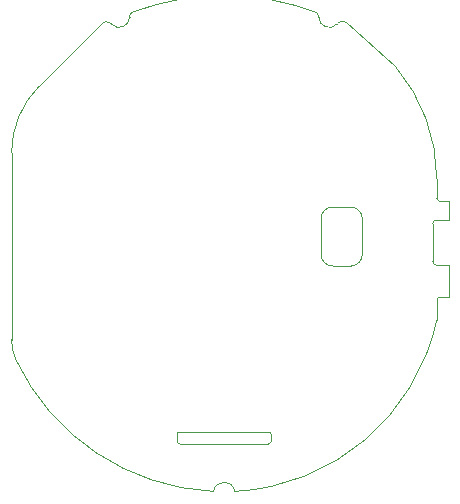
<source format=gbr>
%TF.GenerationSoftware,KiCad,Pcbnew,8.0.1*%
%TF.CreationDate,2024-03-29T03:09:59+00:00*%
%TF.ProjectId,watch_main,77617463-685f-46d6-9169-6e2e6b696361,rev?*%
%TF.SameCoordinates,Original*%
%TF.FileFunction,Profile,NP*%
%FSLAX46Y46*%
G04 Gerber Fmt 4.6, Leading zero omitted, Abs format (unit mm)*
G04 Created by KiCad (PCBNEW 8.0.1) date 2024-03-29 03:09:59*
%MOMM*%
%LPD*%
G01*
G04 APERTURE LIST*
%TA.AperFunction,Profile*%
%ADD10C,0.100000*%
%TD*%
G04 APERTURE END LIST*
D10*
%TO.C,U101*%
X132051035Y-90163703D02*
X132051035Y-106002062D01*
X134394181Y-84506848D02*
X139711086Y-79189944D01*
X140514639Y-79286390D02*
X140418192Y-79189944D01*
X142051035Y-78649994D02*
X142051035Y-78625523D01*
X146050425Y-114549994D02*
X146050425Y-114049994D01*
X146300425Y-113799994D02*
X153800425Y-113799994D01*
X153800425Y-114799994D02*
X146300425Y-114799994D01*
X154050425Y-114049994D02*
X154050425Y-114549994D01*
X158051035Y-78649994D02*
X158051035Y-78625523D01*
X158250425Y-98749994D02*
X158250425Y-95749994D01*
X159250425Y-94749994D02*
X160750425Y-94749994D01*
X159619999Y-79252062D02*
X159703197Y-79159621D01*
X160750425Y-99749994D02*
X159250425Y-99749994D01*
X161750425Y-95749994D02*
X161750425Y-98749994D01*
X164551035Y-82849994D02*
X160409326Y-79122456D01*
X168051035Y-92349994D02*
X168051035Y-94050000D01*
X168051035Y-102549994D02*
X168051035Y-104349994D01*
X168251035Y-94250000D02*
X169051035Y-94250000D01*
X169051035Y-94250000D02*
X169051035Y-95849994D01*
X169051035Y-99649994D02*
X169051035Y-102349994D01*
X169051035Y-102349994D02*
X168251035Y-102349994D01*
X132051035Y-90163703D02*
G75*
G02*
X134394181Y-84506849I7999976J10D01*
G01*
X132438132Y-107718724D02*
G75*
G02*
X132051035Y-106002062I3612889J1716660D01*
G01*
X139711086Y-79189944D02*
G75*
G02*
X140418192Y-79189944I353553J-353551D01*
G01*
X142051035Y-78625523D02*
G75*
G02*
X142310835Y-78250898I399975J17D01*
G01*
X142051035Y-78649994D02*
G75*
G02*
X140514639Y-79286390I-899995J-12D01*
G01*
X142310835Y-78250898D02*
G75*
G02*
X157791235Y-78250898I7740200J-20682433D01*
G01*
X146050425Y-114049994D02*
G75*
G02*
X146300425Y-113799994I249999J1D01*
G01*
X146300425Y-114799994D02*
G75*
G02*
X146050425Y-114549994I-25J249975D01*
G01*
X149151035Y-118829213D02*
G75*
G02*
X150950859Y-118828005I900000J-130132D01*
G01*
X149151035Y-118829214D02*
G75*
G02*
X132438132Y-107718724I900002J19479222D01*
G01*
X153800425Y-113799994D02*
G75*
G02*
X154050406Y-114049994I-25J-250006D01*
G01*
X154050425Y-114549994D02*
G75*
G02*
X153800425Y-114799995I-249975J-26D01*
G01*
X157791235Y-78250898D02*
G75*
G02*
X158051019Y-78625523I-140335J-374702D01*
G01*
X158250425Y-95749994D02*
G75*
G02*
X159250425Y-94749995I1000025J-26D01*
G01*
X159250425Y-99749994D02*
G75*
G02*
X158250406Y-98749994I-25J999994D01*
G01*
X159620000Y-79252062D02*
G75*
G02*
X158051033Y-78649994I-668980J602032D01*
G01*
X159703197Y-79159621D02*
G75*
G02*
X160409330Y-79122451I371653J-334509D01*
G01*
X160750425Y-94749994D02*
G75*
G02*
X161750406Y-95749994I-25J-1000006D01*
G01*
X161750425Y-98749994D02*
G75*
G02*
X160750425Y-99749995I-999975J-26D01*
G01*
X164551034Y-82849995D02*
G75*
G02*
X168051035Y-92349994I-11142814J-9499985D01*
G01*
X168051035Y-102549994D02*
G75*
G02*
X168251035Y-102349935I200065J-6D01*
G01*
X168051034Y-104349994D02*
G75*
G02*
X150950859Y-118828004I-18000002J3922418D01*
G01*
X168251035Y-94250000D02*
G75*
G02*
X168051000Y-94050000I-35J200000D01*
G01*
%TO.C,SW1501*%
X167700000Y-99350000D02*
X167700000Y-96150000D01*
X168000000Y-95850000D02*
X169050000Y-95850000D01*
X168000000Y-99650000D02*
X169050000Y-99650000D01*
X167700000Y-96150000D02*
G75*
G02*
X168000000Y-95850000I300000J0D01*
G01*
X168000000Y-99650000D02*
G75*
G02*
X167700000Y-99350000I0J300000D01*
G01*
%TD*%
M02*

</source>
